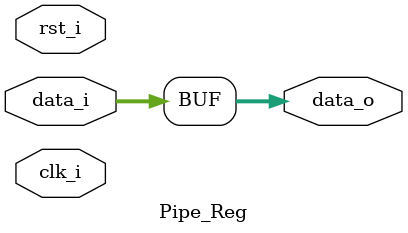
<source format=v>
`timescale 1ns / 1ps
module Pipe_Reg(
    clk_i,
    rst_i,
    data_i,
    data_o
    );
					
parameter size = 0;

input   clk_i;		  
input   rst_i;
input   [size-1:0] data_i;
output  [size-1:0] data_o;

assign  data_o=data_i;
	  
// always@(posedge clk_i) begin
//     if(~rst_i)
//         data_o <= 0;
//     else
//         data_o <= data_i;
// end

endmodule	
</source>
